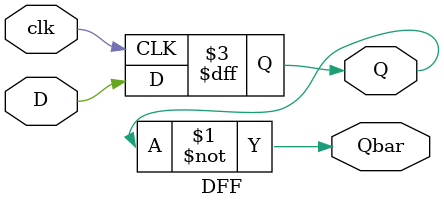
<source format=v>
`timescale 1ns / 1ps


module DFF(
    input clk, D,
    output reg Q, 
    output Qbar
    );
assign Qbar = ~Q;
always @(posedge clk)
begin
    Q <= D;
    
end
endmodule

</source>
